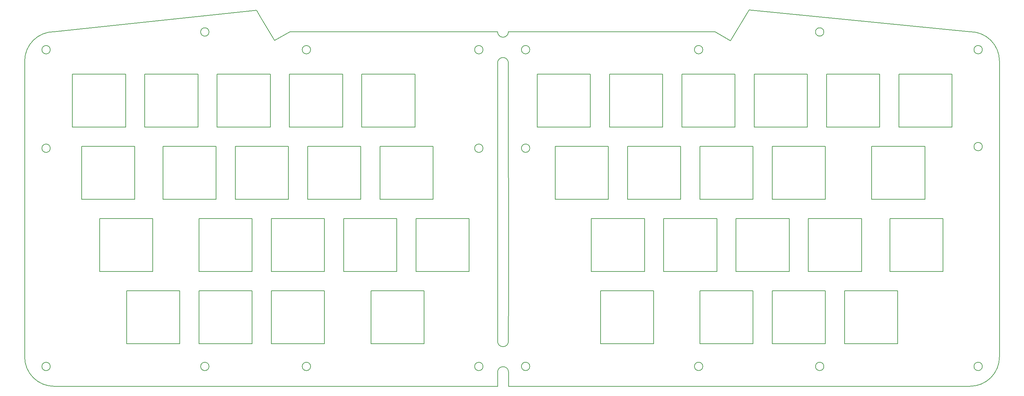
<source format=gbr>
G04 #@! TF.GenerationSoftware,KiCad,Pcbnew,7.0.8*
G04 #@! TF.CreationDate,2024-02-12T18:07:49+09:00*
G04 #@! TF.ProjectId,cool939v2,636f6f6c-3933-4397-9632-2e6b69636164,rev?*
G04 #@! TF.SameCoordinates,Original*
G04 #@! TF.FileFunction,Profile,NP*
%FSLAX46Y46*%
G04 Gerber Fmt 4.6, Leading zero omitted, Abs format (unit mm)*
G04 Created by KiCad (PCBNEW 7.0.8) date 2024-02-12 18:07:49*
%MOMM*%
%LPD*%
G01*
G04 APERTURE LIST*
G04 #@! TA.AperFunction,Profile*
%ADD10C,0.150000*%
G04 #@! TD*
G04 APERTURE END LIST*
D10*
X117290000Y130190000D02*
X103300000Y130190000D01*
X79490000Y135240000D02*
X93480000Y135240000D01*
X126810000Y97140000D02*
X126810000Y111140000D01*
X36320000Y149240000D02*
X22330000Y149240000D01*
X126810000Y111140000D02*
X112820000Y111140000D01*
X24720000Y130190000D02*
X24720000Y116190000D01*
X38710000Y116190000D02*
X38710000Y130190000D01*
X22330000Y135240000D02*
X36320000Y135240000D01*
X69660000Y92090000D02*
X55670000Y92090000D01*
X65200000Y116190000D02*
X79190000Y116190000D01*
X74720000Y111140000D02*
X74720000Y97140000D01*
X71820000Y164340000D02*
X75550000Y158140000D01*
X98240000Y116190000D02*
X98240000Y130190000D01*
X70810000Y166080000D02*
X17490000Y160440000D01*
X88710000Y92090000D02*
X74720000Y92090000D01*
X84250000Y130190000D02*
X84250000Y116190000D01*
X79590000Y160450000D02*
X134280000Y160440000D01*
X130450000Y129700000D02*
G75*
G03*
X130450000Y129700000I-1100000J0D01*
G01*
X93770000Y97140000D02*
X107760000Y97140000D01*
X55670000Y97140000D02*
X69660000Y97140000D01*
X114910000Y92090000D02*
X100920000Y92090000D01*
X107760000Y97140000D02*
X107760000Y111140000D01*
X107760000Y111140000D02*
X93770000Y111140000D01*
X50610000Y78090000D02*
X50610000Y92090000D01*
X69660000Y97140000D02*
X69660000Y111140000D01*
X93480000Y149240000D02*
X79490000Y149240000D01*
X98240000Y130190000D02*
X84250000Y130190000D01*
X134290000Y66890000D02*
X17490000Y66890000D01*
X58290000Y160370000D02*
G75*
G03*
X58290000Y160370000I-1100000J0D01*
G01*
X134280654Y152199952D02*
X134290000Y150440000D01*
X9749897Y74630103D02*
X9749897Y152699897D01*
X41390000Y135240000D02*
X55380000Y135240000D01*
X41390000Y149240000D02*
X41390000Y135240000D01*
X55380000Y135240000D02*
X55380000Y149240000D01*
X79190000Y116190000D02*
X79190000Y130190000D01*
X130450000Y155690000D02*
G75*
G03*
X130450000Y155690000I-1100000J0D01*
G01*
X65200000Y130190000D02*
X65200000Y116190000D01*
X79190000Y130190000D02*
X65200000Y130190000D01*
X84250000Y116190000D02*
X98240000Y116190000D01*
X36620000Y78090000D02*
X50610000Y78090000D01*
X55670000Y111140000D02*
X55670000Y97140000D01*
X69660000Y111140000D02*
X55670000Y111140000D01*
X103300000Y116190000D02*
X117290000Y116190000D01*
X117290000Y116190000D02*
X117290000Y130190000D01*
X93770000Y111140000D02*
X93770000Y97140000D01*
X50610000Y92090000D02*
X36620000Y92090000D01*
X112820000Y97140000D02*
X126810000Y97140000D01*
X114910000Y78090000D02*
X114910000Y92090000D01*
X55670000Y78090000D02*
X69660000Y78090000D01*
X74720000Y97140000D02*
X88710000Y97140000D01*
X88710000Y97140000D02*
X88710000Y111140000D01*
X88710000Y111140000D02*
X74720000Y111140000D01*
X74420000Y135240000D02*
X74420000Y149240000D01*
X24720000Y116190000D02*
X38710000Y116190000D01*
X36620000Y92090000D02*
X36620000Y78090000D01*
X29480000Y111140000D02*
X29480000Y97140000D01*
X58290000Y72130000D02*
G75*
G03*
X58290000Y72130000I-1100000J0D01*
G01*
X17490000Y160440000D02*
G75*
G03*
X9749897Y152699897I1J-7740104D01*
G01*
X112530000Y135240000D02*
X112530000Y149240000D01*
X112820000Y111140000D02*
X112820000Y97140000D01*
X134290000Y150440000D02*
X134290000Y92090000D01*
X75550000Y158140000D02*
X79590000Y160450000D01*
X103300000Y130190000D02*
X103300000Y116190000D01*
X74420000Y149240000D02*
X60430000Y149240000D01*
X60430000Y135240000D02*
X74420000Y135240000D01*
X60430000Y149240000D02*
X60430000Y135240000D01*
X85040000Y72130000D02*
G75*
G03*
X85040000Y72130000I-1100000J0D01*
G01*
X74720000Y78090000D02*
X88710000Y78090000D01*
X71820000Y164340000D02*
X70810000Y166080000D01*
X88710000Y78090000D02*
X88710000Y92090000D01*
X74720000Y92090000D02*
X74720000Y78090000D01*
X130450000Y72130000D02*
G75*
G03*
X130450000Y72130000I-1100000J0D01*
G01*
X134290000Y92090000D02*
X134290327Y78761090D01*
X22330000Y149240000D02*
X22330000Y135240000D01*
X36320000Y135240000D02*
X36320000Y149240000D01*
X46150000Y130190000D02*
X46150000Y116190000D01*
X38710000Y130190000D02*
X24720000Y130190000D01*
X60140000Y130190000D02*
X46150000Y130190000D01*
X60140000Y116190000D02*
X60140000Y130190000D01*
X9749900Y74630103D02*
G75*
G03*
X17490000Y66890000I7740100J-3D01*
G01*
X43470000Y111140000D02*
X29480000Y111140000D01*
X29480000Y97140000D02*
X43470000Y97140000D01*
X43470000Y97140000D02*
X43470000Y111140000D01*
X100920000Y92090000D02*
X100920000Y78090000D01*
X16490000Y155690000D02*
G75*
G03*
X16490000Y155690000I-1100000J0D01*
G01*
X16490000Y72130000D02*
G75*
G03*
X16490000Y72130000I-1100000J0D01*
G01*
X46150000Y116190000D02*
X60140000Y116190000D01*
X98540000Y149240000D02*
X98540000Y135240000D01*
X98540000Y135240000D02*
X112530000Y135240000D01*
X79490000Y149240000D02*
X79490000Y135240000D01*
X112530000Y149240000D02*
X98540000Y149240000D01*
X93480000Y135240000D02*
X93480000Y149240000D01*
X55380000Y149240000D02*
X41390000Y149240000D01*
X100920000Y78090000D02*
X114910000Y78090000D01*
X16490000Y129700000D02*
G75*
G03*
X16490000Y129700000I-1100000J0D01*
G01*
X69660000Y78090000D02*
X69660000Y92090000D01*
X55670000Y92090000D02*
X55670000Y78090000D01*
X85040000Y155690000D02*
G75*
G03*
X85040000Y155690000I-1100000J0D01*
G01*
X134290327Y78761090D02*
G75*
G03*
X137149673Y78761138I1429673J-1090D01*
G01*
X137139946Y152200000D02*
G75*
G03*
X134280654Y152199952I-1429646J1100D01*
G01*
X134279948Y160440001D02*
G75*
G03*
X137140470Y160449993I1430352J-21101D01*
G01*
X237570000Y111140000D02*
X237570000Y97140000D01*
X225670000Y92090000D02*
X225670000Y78090000D01*
X237570000Y97140000D02*
X251560000Y97140000D01*
X187570000Y130190000D02*
X187570000Y116190000D01*
X251560000Y111140000D02*
X237570000Y111140000D01*
X215840000Y149240000D02*
X201850000Y149240000D01*
X251560000Y97140000D02*
X251560000Y111140000D01*
X201560000Y130190000D02*
X187570000Y130190000D01*
X246800000Y130190000D02*
X232810000Y130190000D01*
X201850000Y149240000D02*
X201850000Y135240000D01*
X239660000Y92090000D02*
X225670000Y92090000D01*
X211080000Y97140000D02*
X211080000Y111140000D01*
X239950000Y149240000D02*
X239950000Y135240000D01*
X211080000Y111140000D02*
X197090000Y111140000D01*
X197090000Y111140000D02*
X197090000Y97140000D01*
X197090000Y97140000D02*
X211080000Y97140000D01*
X196790000Y149240000D02*
X182800000Y149240000D01*
X239660000Y78090000D02*
X239660000Y92090000D01*
X220900000Y135240000D02*
X234890000Y135240000D01*
X216140000Y111140000D02*
X216140000Y97140000D01*
X182800000Y135240000D02*
X196790000Y135240000D01*
X215840000Y135240000D02*
X215840000Y149240000D01*
X201560000Y116190000D02*
X201560000Y130190000D01*
X182800000Y149240000D02*
X182800000Y135240000D01*
X196790000Y135240000D02*
X196790000Y149240000D01*
X253940000Y135240000D02*
X253940000Y149240000D01*
X158690000Y149240000D02*
X144700000Y149240000D01*
X144700000Y135240000D02*
X158690000Y135240000D01*
X168520000Y130190000D02*
X168520000Y116190000D01*
X163760000Y135240000D02*
X177750000Y135240000D01*
X192030000Y111140000D02*
X178040000Y111140000D01*
X182510000Y116190000D02*
X182510000Y130190000D01*
X220610000Y92090000D02*
X206620000Y92090000D01*
X163460000Y116190000D02*
X163460000Y130190000D01*
X206620000Y92090000D02*
X206620000Y78090000D01*
X220610000Y130190000D02*
X206620000Y130190000D01*
X192030000Y97140000D02*
X192030000Y111140000D01*
X220900000Y149240000D02*
X220900000Y135240000D01*
X149470000Y116190000D02*
X163460000Y116190000D01*
X158690000Y135240000D02*
X158690000Y149240000D01*
X201850000Y135240000D02*
X215840000Y135240000D01*
X187570000Y116190000D02*
X201560000Y116190000D01*
X225670000Y78090000D02*
X239660000Y78090000D01*
X253940000Y149240000D02*
X239950000Y149240000D01*
X239950000Y135240000D02*
X253940000Y135240000D01*
X182510000Y130190000D02*
X168520000Y130190000D01*
X144700000Y149240000D02*
X144700000Y135240000D01*
X234890000Y135240000D02*
X234890000Y149240000D01*
X220610000Y116190000D02*
X220610000Y130190000D01*
X177750000Y149240000D02*
X163760000Y149240000D01*
X149470000Y130190000D02*
X149470000Y116190000D01*
X206620000Y116190000D02*
X220610000Y116190000D01*
X206620000Y130190000D02*
X206620000Y116190000D01*
X177750000Y135240000D02*
X177750000Y149240000D01*
X163760000Y149240000D02*
X163760000Y135240000D01*
X178040000Y111140000D02*
X178040000Y97140000D01*
X234890000Y149240000D02*
X220900000Y149240000D01*
X163460000Y130190000D02*
X149470000Y130190000D01*
X178040000Y97140000D02*
X192030000Y97140000D01*
X246800000Y116190000D02*
X246800000Y130190000D01*
X220610000Y78090000D02*
X220610000Y92090000D01*
X216140000Y97140000D02*
X230130000Y97140000D01*
X206620000Y78090000D02*
X220610000Y78090000D01*
X230130000Y97140000D02*
X230130000Y111140000D01*
X168520000Y116190000D02*
X182510000Y116190000D01*
X230130000Y111140000D02*
X216140000Y111140000D01*
X232810000Y116190000D02*
X246800000Y116190000D01*
X232810000Y130190000D02*
X232810000Y116190000D01*
X266450000Y152699897D02*
X266450000Y74640103D01*
X261940000Y130130000D02*
G75*
G03*
X261940000Y130130000I-1100000J0D01*
G01*
X195640000Y158039897D02*
X200490000Y166219897D01*
X137160000Y66900000D02*
X137170000Y70650000D01*
X220210000Y160380000D02*
G75*
G03*
X220210000Y160380000I-1100000J0D01*
G01*
X142770000Y129710000D02*
G75*
G03*
X142770000Y129710000I-1100000J0D01*
G01*
X258709897Y66900000D02*
G75*
G03*
X266450000Y74640103I3J7740100D01*
G01*
X195640000Y158039897D02*
X191570000Y160439897D01*
X188330000Y72140000D02*
G75*
G03*
X188330000Y72140000I-1100000J0D01*
G01*
X266450000Y152699897D02*
G75*
G03*
X258709897Y160440000I-7740100J3D01*
G01*
X188330000Y155700000D02*
G75*
G03*
X188330000Y155700000I-1100000J0D01*
G01*
X137140471Y160449993D02*
X191570000Y160439897D01*
X137160000Y92040000D02*
X137140000Y152200000D01*
X137149673Y78761138D02*
X137160000Y92040000D01*
X261940000Y155700000D02*
G75*
G03*
X261940000Y155700000I-1100000J0D01*
G01*
X142770000Y155700000D02*
G75*
G03*
X142770000Y155700000I-1100000J0D01*
G01*
X258709897Y66900000D02*
X137160000Y66900000D01*
X142770000Y72140000D02*
G75*
G03*
X142770000Y72140000I-1100000J0D01*
G01*
X220210000Y72140000D02*
G75*
G03*
X220210000Y72140000I-1100000J0D01*
G01*
X261940000Y72140000D02*
G75*
G03*
X261940000Y72140000I-1100000J0D01*
G01*
X200490000Y166219897D02*
X258709897Y160440000D01*
X137170049Y70650001D02*
G75*
G03*
X134290901Y70609954I-1439449J-29001D01*
G01*
X134290000Y66890000D02*
X134290654Y70609952D01*
X201550000Y92090000D02*
X187560000Y92090000D01*
X187560000Y92090000D02*
X187560000Y78090000D01*
X201550000Y78090000D02*
X201550000Y92090000D01*
X187560000Y78090000D02*
X201550000Y78090000D01*
X172980000Y97140000D02*
X172980000Y111140000D01*
X158990000Y97140000D02*
X172980000Y97140000D01*
X172980000Y111140000D02*
X158990000Y111140000D01*
X158990000Y111140000D02*
X158990000Y97140000D01*
X161370000Y78090000D02*
X175360000Y78090000D01*
X175360000Y92090000D02*
X161370000Y92090000D01*
X161370000Y92090000D02*
X161370000Y78090000D01*
X175360000Y78090000D02*
X175360000Y92090000D01*
M02*

</source>
